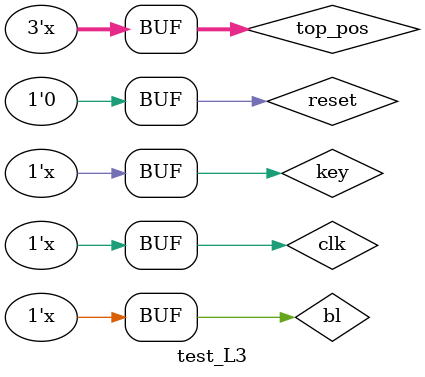
<source format=v>
module L3(Clock, Reset, BL, KEY, TOP_POS, lighton, pt);
	input Clock, Reset, BL, KEY;
	input [2:0] TOP_POS;  //position of the top light
	output lighton; // whether this light should lit
	output signed [3:0] pt; // the points

	wire [1:0] PS;
	reg [1:0] NS;
	
	reg lighton;
	reg [3:0] pt;
	
	parameter [1:0] OFF = 2'b00, ON = 2'b01, PRESS = 2'b10;
	parameter [2:0] no_light_on = 3'b000, _0 = 3'b001, _1 = 3'b010, _2 = 3'b011, _3 = 3'b100, _4 = 3'b101;
	parameter signed [3:0] no_point = 4'b0000, plus_one = 4'b0001, plus_two = 4'b0010, neg_two = 4'b1110;
	
	always @(BL or KEY or TOP_POS or PS)
		case (PS)
			OFF:
				if (BL == 1'b1 && (KEY == 1'b0 || !(TOP_POS == _2))) NS = ON; // when the bottom light is on
																						// and when the key is not pressed or the bottom light		
																						// is not the top light, this light is ON (bubble up)
				else if (BL == 1'b1 && (KEY == 1'b1 && (TOP_POS == _2))) NS = PRESS;
																						// when the bottom light is on
																						// and when the key is pressed AND the bottom light		
																						// is the top light, this light is ON (got one off)
				else NS = OFF; //nothing qualified for change;
			
			ON:
				if (BL == 1'b1 && (KEY == 1'b0 || !(TOP_POS == _2))) NS = ON; // when the bottom light is on
																						// and when the key is not pressed or the bottom light		
																						// is not the top light, this light is ON (bubble up)
				else if (BL == 1'b1 && (KEY == 1'b1 && (TOP_POS == _2))) NS = PRESS;
																						// when the bottom light is on
																						// and when the key is pressed AND the bottom light		
																						// is the top light, this light is ON (got one off)
				else NS = OFF;
			
			PRESS:
				NS = OFF; // always go back to off (impossible to stay or go to ON)
				
			default:
				NS = 2'bxx;
		endcase 
	
	always @(PS)
		case (PS)
			OFF:
				begin
					lighton = 1'b0;
					pt = no_point;
				end
			ON:
				begin
					lighton = 1'b1;
					pt = no_point;
				end
			PRESS:
				begin
					lighton = 1'b0;
					pt = plus_two;
				end
			default:
				begin
					lighton = 1'bx;
					pt = 2'bxx;
				end
		endcase
	
	D_FF dff0 (PS[0], NS[0], Reset, Clock);
	D_FF dff1 (PS[1], NS[1], Reset, Clock);
endmodule

module test_L3;
	reg clk, reset, bl, key;
	reg [2:0] top_pos;
	
	wire lit;
	wire [1:0] pt;
	
	parameter cc = 10;
	
	//L0(Clock, Reset, BL, KEY, TOP_POS, lighton, pt);
	L3 L (clk, reset, bl, key, top_pos, lit, pt);
	
	always
		#cc clk = ~clk;
		
	always
		#(2*cc) top_pos = top_pos + 1;
		
	always
		#(5*cc) bl = ~bl;
	
	always
		#(5*cc) key = ~key;
		
	initial
	begin
		reset = 1;
		clk = 0;
		top_pos = 3'b000;
		bl = 0;
		key = 0;
		#cc reset = 0;
		//#(cc) reset = 0;
		//#cc key = 1;
		//#cc bl = 1;
	end
endmodule 
</source>
